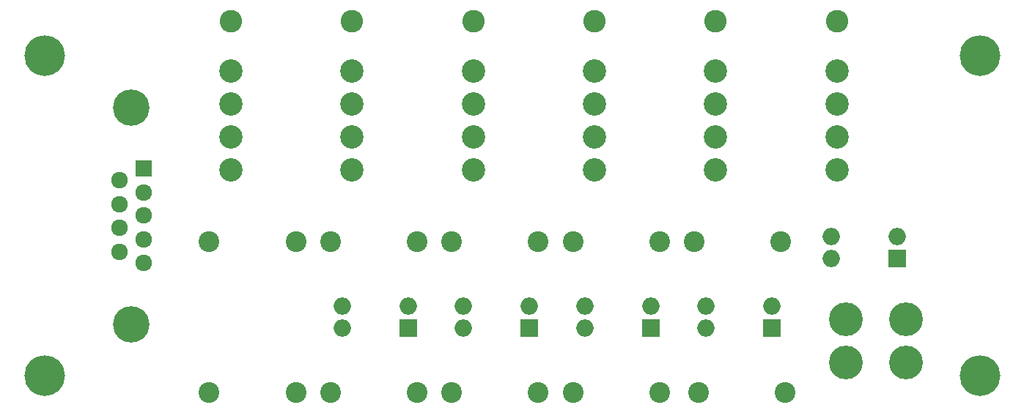
<source format=gbs>
G04 #@! TF.FileFunction,Soldermask,Bot*
%FSLAX46Y46*%
G04 Gerber Fmt 4.6, Leading zero omitted, Abs format (unit mm)*
G04 Created by KiCad (PCBNEW 4.0.6) date Sunday, 05 May 2019 10:36:36*
%MOMM*%
%LPD*%
G01*
G04 APERTURE LIST*
%ADD10C,0.100000*%
%ADD11C,3.900880*%
%ADD12C,2.600000*%
%ADD13C,2.700000*%
%ADD14C,2.400000*%
%ADD15R,2.000000X2.000000*%
%ADD16O,2.000000X2.000000*%
%ADD17C,4.210000*%
%ADD18R,1.924000X1.924000*%
%ADD19C,1.924000*%
%ADD20C,4.700000*%
G04 APERTURE END LIST*
D10*
D11*
X214000000Y-101500000D03*
X214000000Y-96500000D03*
X207000000Y-101500000D03*
X207000000Y-96500000D03*
D12*
X206000000Y-62000000D03*
X192000000Y-62000000D03*
X178000000Y-62000000D03*
X164000000Y-62000000D03*
X150000000Y-62000000D03*
X136000000Y-62000000D03*
D13*
X206000000Y-67785000D03*
X206000000Y-71595000D03*
X206000000Y-75405000D03*
X206000000Y-79215000D03*
X192000000Y-67785000D03*
X192000000Y-71595000D03*
X192000000Y-75405000D03*
X192000000Y-79215000D03*
X178000000Y-67785000D03*
X178000000Y-71595000D03*
X178000000Y-75405000D03*
X178000000Y-79215000D03*
X164000000Y-67785000D03*
X164000000Y-71595000D03*
X164000000Y-75405000D03*
X164000000Y-79215000D03*
X150000000Y-67785000D03*
X150000000Y-71595000D03*
X150000000Y-75405000D03*
X150000000Y-79215000D03*
X136000000Y-67785000D03*
X136000000Y-71595000D03*
X136000000Y-75405000D03*
X136000000Y-79215000D03*
D14*
X189500000Y-87500000D03*
X199500000Y-87500000D03*
X200000000Y-105000000D03*
X190000000Y-105000000D03*
X175500000Y-87500000D03*
X185500000Y-87500000D03*
X185500000Y-105000000D03*
X175500000Y-105000000D03*
X161500000Y-87500000D03*
X171500000Y-87500000D03*
X171500000Y-105000000D03*
X161500000Y-105000000D03*
X147500000Y-87500000D03*
X157500000Y-87500000D03*
X157500000Y-105000000D03*
X147500000Y-105000000D03*
X133500000Y-87500000D03*
X143500000Y-87500000D03*
X143500000Y-105000000D03*
X133500000Y-105000000D03*
D15*
X213000000Y-89500000D03*
D16*
X205380000Y-86960000D03*
X213000000Y-86960000D03*
X205380000Y-89500000D03*
D15*
X198500000Y-97500000D03*
D16*
X190880000Y-94960000D03*
X198500000Y-94960000D03*
X190880000Y-97500000D03*
D15*
X184500000Y-97500000D03*
D16*
X176880000Y-94960000D03*
X184500000Y-94960000D03*
X176880000Y-97500000D03*
D15*
X170500000Y-97500000D03*
D16*
X162880000Y-94960000D03*
X170500000Y-94960000D03*
X162880000Y-97500000D03*
D15*
X156500000Y-97500000D03*
D16*
X148880000Y-94960000D03*
X156500000Y-94960000D03*
X148880000Y-97500000D03*
D17*
X124500000Y-72054000D03*
X124500000Y-97073000D03*
D18*
X125897000Y-79039000D03*
D19*
X125897000Y-81833000D03*
X125897000Y-84500000D03*
X125897000Y-87294000D03*
X125897000Y-89961000D03*
X123103000Y-80436000D03*
X123103000Y-83230000D03*
X123103000Y-85897000D03*
X123103000Y-88691000D03*
D20*
X114500000Y-66000000D03*
X114500000Y-103000000D03*
X222500000Y-66000000D03*
X222500000Y-103000000D03*
M02*

</source>
